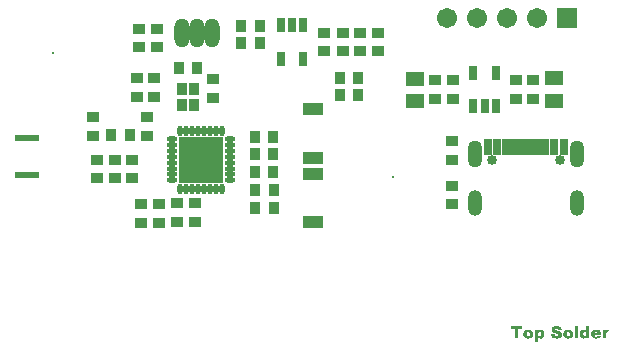
<source format=gts>
G04*
G04 #@! TF.GenerationSoftware,Altium Limited,Altium Designer,24.3.1 (35)*
G04*
G04 Layer_Color=8388736*
%FSLAX44Y44*%
%MOMM*%
G71*
G04*
G04 #@! TF.SameCoordinates,098D5FB4-7C3B-420D-97F8-BA0D52642CD7*
G04*
G04*
G04 #@! TF.FilePolarity,Negative*
G04*
G01*
G75*
%ADD34R,0.5032X1.3532*%
%ADD35R,0.8032X1.3532*%
%ADD36R,1.1032X0.9032*%
%ADD37R,0.9032X1.1032*%
%ADD38R,0.8032X1.3032*%
%ADD39R,1.5032X1.2032*%
%ADD40R,0.8032X1.3032*%
%ADD41O,0.9532X0.4532*%
%ADD42O,0.4532X0.9532*%
%ADD43R,3.7032X4.0032*%
%ADD44R,1.8032X1.1032*%
%ADD45R,0.9532X1.0532*%
%ADD46R,2.0032X0.6032*%
%ADD47C,0.8532*%
%ADD48O,1.2532X2.3032*%
%ADD49O,1.2032X2.2032*%
%ADD50R,1.7032X1.7032*%
%ADD51C,1.7032*%
%ADD52O,1.3112X2.4632*%
%ADD53C,0.2032*%
%ADD54C,0.9032*%
G36*
X469498Y-78014D02*
X469664Y-78028D01*
X469845Y-78042D01*
X470053Y-78056D01*
X470275Y-78097D01*
X470760Y-78180D01*
X471245Y-78305D01*
X471481Y-78389D01*
X471717Y-78485D01*
X471939Y-78610D01*
X472133Y-78735D01*
X472147Y-78749D01*
X472174Y-78763D01*
X472230Y-78818D01*
X472299Y-78874D01*
X472383Y-78943D01*
X472466Y-79040D01*
X472563Y-79165D01*
X472674Y-79290D01*
X472771Y-79443D01*
X472882Y-79609D01*
X472979Y-79803D01*
X473076Y-80011D01*
X473173Y-80233D01*
X473242Y-80469D01*
X473312Y-80732D01*
X473353Y-81024D01*
X470399Y-81190D01*
Y-81176D01*
Y-81162D01*
X470372Y-81079D01*
X470344Y-80954D01*
X470288Y-80815D01*
X470219Y-80649D01*
X470136Y-80483D01*
X470025Y-80330D01*
X469900Y-80205D01*
X469886Y-80191D01*
X469831Y-80150D01*
X469748Y-80108D01*
X469637Y-80039D01*
X469484Y-79983D01*
X469304Y-79942D01*
X469096Y-79900D01*
X468860Y-79886D01*
X468777D01*
X468680Y-79900D01*
X468555Y-79914D01*
X468416Y-79942D01*
X468291Y-79983D01*
X468153Y-80039D01*
X468042Y-80122D01*
X468028Y-80136D01*
X468000Y-80164D01*
X467959Y-80219D01*
X467917Y-80275D01*
X467862Y-80358D01*
X467820Y-80455D01*
X467792Y-80566D01*
X467778Y-80691D01*
Y-80704D01*
Y-80732D01*
X467792Y-80774D01*
X467806Y-80829D01*
X467834Y-80899D01*
X467875Y-80968D01*
X467931Y-81051D01*
X468000Y-81121D01*
X468014Y-81134D01*
X468042Y-81148D01*
X468111Y-81190D01*
X468208Y-81245D01*
X468347Y-81301D01*
X468527Y-81356D01*
X468763Y-81426D01*
X468888Y-81467D01*
X469040Y-81495D01*
X469068D01*
X469137Y-81509D01*
X469234Y-81537D01*
X469373Y-81564D01*
X469539Y-81606D01*
X469734Y-81661D01*
X469956Y-81717D01*
X470177Y-81772D01*
X470663Y-81911D01*
X471148Y-82064D01*
X471384Y-82147D01*
X471606Y-82230D01*
X471800Y-82313D01*
X471980Y-82396D01*
X471994D01*
X472022Y-82410D01*
X472064Y-82438D01*
X472119Y-82480D01*
X472285Y-82577D01*
X472480Y-82702D01*
X472688Y-82868D01*
X472896Y-83062D01*
X473104Y-83270D01*
X473270Y-83520D01*
Y-83534D01*
X473284Y-83547D01*
X473312Y-83589D01*
X473340Y-83631D01*
X473409Y-83769D01*
X473478Y-83950D01*
X473561Y-84172D01*
X473617Y-84421D01*
X473672Y-84699D01*
X473686Y-85004D01*
Y-85018D01*
Y-85045D01*
Y-85101D01*
X473672Y-85170D01*
Y-85253D01*
X473658Y-85364D01*
X473617Y-85600D01*
X473561Y-85877D01*
X473464Y-86182D01*
X473326Y-86488D01*
X473145Y-86807D01*
Y-86820D01*
X473118Y-86848D01*
X473090Y-86890D01*
X473048Y-86945D01*
X472923Y-87084D01*
X472757Y-87264D01*
X472535Y-87472D01*
X472285Y-87680D01*
X471980Y-87874D01*
X471634Y-88055D01*
X471620D01*
X471592Y-88069D01*
X471537Y-88096D01*
X471453Y-88124D01*
X471370Y-88152D01*
X471245Y-88180D01*
X471120Y-88221D01*
X470968Y-88263D01*
X470802Y-88304D01*
X470607Y-88332D01*
X470413Y-88374D01*
X470191Y-88401D01*
X469969Y-88429D01*
X469720Y-88457D01*
X469193Y-88471D01*
X468943D01*
X468777Y-88457D01*
X468569Y-88443D01*
X468319Y-88415D01*
X468056Y-88388D01*
X467778Y-88346D01*
X467487Y-88291D01*
X467182Y-88235D01*
X466891Y-88152D01*
X466599Y-88055D01*
X466322Y-87944D01*
X466059Y-87805D01*
X465823Y-87653D01*
X465615Y-87486D01*
X465601Y-87472D01*
X465573Y-87444D01*
X465518Y-87389D01*
X465462Y-87306D01*
X465379Y-87209D01*
X465296Y-87084D01*
X465199Y-86945D01*
X465102Y-86793D01*
X465005Y-86612D01*
X464907Y-86432D01*
X464824Y-86224D01*
X464727Y-85988D01*
X464658Y-85753D01*
X464589Y-85503D01*
X464533Y-85226D01*
X464505Y-84948D01*
X467487Y-84754D01*
Y-84768D01*
Y-84782D01*
X467501Y-84823D01*
Y-84879D01*
X467529Y-85004D01*
X467570Y-85170D01*
X467626Y-85350D01*
X467681Y-85531D01*
X467778Y-85711D01*
X467875Y-85864D01*
X467903Y-85891D01*
X467972Y-85961D01*
X468069Y-86058D01*
X468236Y-86169D01*
X468430Y-86280D01*
X468666Y-86377D01*
X468929Y-86446D01*
X469082Y-86460D01*
X469248Y-86474D01*
X469359D01*
X469484Y-86460D01*
X469623Y-86432D01*
X469789Y-86404D01*
X469969Y-86349D01*
X470122Y-86266D01*
X470275Y-86169D01*
X470288Y-86155D01*
X470330Y-86113D01*
X470399Y-86044D01*
X470469Y-85961D01*
X470524Y-85850D01*
X470593Y-85725D01*
X470635Y-85586D01*
X470649Y-85434D01*
Y-85420D01*
Y-85364D01*
X470635Y-85295D01*
X470607Y-85198D01*
X470566Y-85087D01*
X470496Y-84976D01*
X470413Y-84851D01*
X470302Y-84740D01*
X470288Y-84726D01*
X470233Y-84685D01*
X470122Y-84629D01*
X470053Y-84588D01*
X469969Y-84546D01*
X469872Y-84504D01*
X469761Y-84449D01*
X469623Y-84407D01*
X469484Y-84352D01*
X469318Y-84296D01*
X469123Y-84255D01*
X468915Y-84199D01*
X468694Y-84144D01*
X468666D01*
X468610Y-84116D01*
X468499Y-84102D01*
X468361Y-84061D01*
X468194Y-84019D01*
X468000Y-83964D01*
X467778Y-83894D01*
X467556Y-83825D01*
X467071Y-83645D01*
X466586Y-83437D01*
X466350Y-83326D01*
X466142Y-83201D01*
X465934Y-83062D01*
X465754Y-82923D01*
X465740Y-82910D01*
X465712Y-82882D01*
X465670Y-82840D01*
X465615Y-82785D01*
X465545Y-82715D01*
X465476Y-82618D01*
X465393Y-82507D01*
X465324Y-82396D01*
X465240Y-82258D01*
X465157Y-82105D01*
X465019Y-81772D01*
X464963Y-81592D01*
X464921Y-81398D01*
X464894Y-81190D01*
X464880Y-80968D01*
Y-80954D01*
Y-80926D01*
Y-80885D01*
X464894Y-80829D01*
X464907Y-80691D01*
X464935Y-80497D01*
X464991Y-80261D01*
X465074Y-80025D01*
X465171Y-79761D01*
X465324Y-79498D01*
Y-79484D01*
X465351Y-79470D01*
X465407Y-79387D01*
X465518Y-79262D01*
X465670Y-79096D01*
X465851Y-78929D01*
X466086Y-78749D01*
X466364Y-78569D01*
X466683Y-78402D01*
X466697D01*
X466724Y-78389D01*
X466780Y-78361D01*
X466849Y-78333D01*
X466946Y-78305D01*
X467057Y-78278D01*
X467182Y-78236D01*
X467335Y-78194D01*
X467501Y-78167D01*
X467695Y-78125D01*
X467903Y-78097D01*
X468125Y-78056D01*
X468361Y-78042D01*
X468624Y-78014D01*
X468888Y-78000D01*
X469359D01*
X469498Y-78014D01*
D02*
G37*
G36*
X496971Y-88304D02*
X494322D01*
Y-87236D01*
X494295Y-87250D01*
X494225Y-87334D01*
X494128Y-87458D01*
X493989Y-87597D01*
X493837Y-87750D01*
X493671Y-87902D01*
X493504Y-88041D01*
X493324Y-88152D01*
X493296Y-88166D01*
X493213Y-88207D01*
X493088Y-88249D01*
X492922Y-88304D01*
X492728Y-88374D01*
X492492Y-88415D01*
X492242Y-88457D01*
X491965Y-88471D01*
X491895D01*
X491826Y-88457D01*
X491715D01*
X491590Y-88429D01*
X491452Y-88415D01*
X491285Y-88374D01*
X491119Y-88332D01*
X490938Y-88263D01*
X490744Y-88193D01*
X490564Y-88096D01*
X490370Y-87985D01*
X490176Y-87861D01*
X489995Y-87708D01*
X489829Y-87528D01*
X489677Y-87334D01*
X489663Y-87320D01*
X489649Y-87278D01*
X489607Y-87223D01*
X489552Y-87126D01*
X489496Y-87015D01*
X489427Y-86890D01*
X489357Y-86737D01*
X489288Y-86557D01*
X489205Y-86363D01*
X489136Y-86155D01*
X489066Y-85933D01*
X489011Y-85683D01*
X488955Y-85434D01*
X488914Y-85156D01*
X488900Y-84865D01*
X488886Y-84574D01*
Y-84546D01*
Y-84491D01*
Y-84394D01*
X488900Y-84269D01*
X488914Y-84116D01*
X488928Y-83950D01*
X488955Y-83742D01*
X488997Y-83534D01*
X489094Y-83090D01*
X489177Y-82854D01*
X489260Y-82618D01*
X489357Y-82396D01*
X489468Y-82175D01*
X489607Y-81966D01*
X489760Y-81772D01*
X489773Y-81758D01*
X489801Y-81731D01*
X489843Y-81689D01*
X489912Y-81620D01*
X490009Y-81551D01*
X490106Y-81467D01*
X490231Y-81370D01*
X490370Y-81287D01*
X490522Y-81190D01*
X490689Y-81107D01*
X490869Y-81024D01*
X491063Y-80954D01*
X491271Y-80885D01*
X491493Y-80843D01*
X491729Y-80815D01*
X491979Y-80802D01*
X492090D01*
X492214Y-80815D01*
X492367Y-80829D01*
X492561Y-80857D01*
X492755Y-80899D01*
X492963Y-80954D01*
X493171Y-81024D01*
X493199Y-81037D01*
X493268Y-81065D01*
X493366Y-81121D01*
X493490Y-81190D01*
X493643Y-81287D01*
X493809Y-81398D01*
X493962Y-81537D01*
X494128Y-81689D01*
Y-78167D01*
X496971D01*
Y-88304D01*
D02*
G37*
G36*
X455824Y-80815D02*
X455935D01*
X456046Y-80829D01*
X456198Y-80857D01*
X456351Y-80899D01*
X456517Y-80940D01*
X456697Y-81010D01*
X456892Y-81079D01*
X457072Y-81176D01*
X457266Y-81287D01*
X457446Y-81412D01*
X457627Y-81564D01*
X457807Y-81745D01*
X457959Y-81939D01*
X457973Y-81953D01*
X458001Y-81994D01*
X458029Y-82050D01*
X458084Y-82133D01*
X458154Y-82244D01*
X458223Y-82383D01*
X458292Y-82535D01*
X458376Y-82702D01*
X458445Y-82896D01*
X458514Y-83104D01*
X458583Y-83340D01*
X458653Y-83589D01*
X458708Y-83839D01*
X458736Y-84116D01*
X458764Y-84407D01*
X458778Y-84712D01*
Y-84726D01*
Y-84796D01*
Y-84893D01*
X458764Y-85018D01*
X458750Y-85170D01*
X458736Y-85337D01*
X458708Y-85545D01*
X458667Y-85753D01*
X458556Y-86196D01*
X458486Y-86432D01*
X458403Y-86668D01*
X458306Y-86890D01*
X458181Y-87112D01*
X458043Y-87320D01*
X457890Y-87514D01*
X457876Y-87528D01*
X457849Y-87556D01*
X457807Y-87597D01*
X457738Y-87666D01*
X457640Y-87736D01*
X457543Y-87819D01*
X457419Y-87902D01*
X457280Y-87985D01*
X457127Y-88083D01*
X456961Y-88166D01*
X456781Y-88249D01*
X456586Y-88318D01*
X456378Y-88388D01*
X456157Y-88429D01*
X455921Y-88457D01*
X455671Y-88471D01*
X455560D01*
X455435Y-88457D01*
X455283Y-88443D01*
X455089Y-88415D01*
X454894Y-88374D01*
X454687Y-88318D01*
X454478Y-88249D01*
X454451Y-88235D01*
X454395Y-88207D01*
X454284Y-88152D01*
X454160Y-88083D01*
X454021Y-87985D01*
X453854Y-87874D01*
X453702Y-87750D01*
X453535Y-87597D01*
Y-91092D01*
X450692D01*
Y-80968D01*
X453327D01*
Y-82050D01*
X453355Y-82036D01*
X453424Y-81953D01*
X453521Y-81828D01*
X453660Y-81689D01*
X453813Y-81537D01*
X453979Y-81384D01*
X454146Y-81245D01*
X454326Y-81134D01*
X454340D01*
X454354Y-81121D01*
X454437Y-81079D01*
X454562Y-81024D01*
X454728Y-80968D01*
X454922Y-80913D01*
X455158Y-80857D01*
X455408Y-80815D01*
X455685Y-80802D01*
X455754D01*
X455824Y-80815D01*
D02*
G37*
G36*
X512795D02*
X512962Y-80843D01*
X513170Y-80899D01*
X513405Y-80968D01*
X513655Y-81065D01*
X513932Y-81190D01*
X513059Y-83201D01*
X513031Y-83187D01*
X512975Y-83173D01*
X512892Y-83132D01*
X512767Y-83090D01*
X512518Y-83020D01*
X512393Y-83007D01*
X512268Y-82993D01*
X512171D01*
X512074Y-83020D01*
X511949Y-83048D01*
X511810Y-83104D01*
X511672Y-83187D01*
X511533Y-83298D01*
X511408Y-83450D01*
Y-83464D01*
X511394Y-83478D01*
X511367Y-83520D01*
X511339Y-83575D01*
X511311Y-83659D01*
X511270Y-83742D01*
X511228Y-83867D01*
X511200Y-83991D01*
X511159Y-84144D01*
X511117Y-84324D01*
X511075Y-84518D01*
X511048Y-84740D01*
X511020Y-84976D01*
X510992Y-85239D01*
X510978Y-85531D01*
Y-85850D01*
Y-88304D01*
X508149D01*
Y-80968D01*
X510784D01*
Y-82161D01*
X510798Y-82147D01*
X510826Y-82105D01*
X510854Y-82050D01*
X510923Y-81911D01*
X511020Y-81745D01*
X511145Y-81578D01*
X511270Y-81398D01*
X511408Y-81231D01*
X511561Y-81107D01*
X511575Y-81093D01*
X511630Y-81065D01*
X511713Y-81010D01*
X511838Y-80954D01*
X511977Y-80899D01*
X512157Y-80843D01*
X512351Y-80815D01*
X512559Y-80802D01*
X512670D01*
X512795Y-80815D01*
D02*
G37*
G36*
X487430Y-88304D02*
X484614D01*
Y-78167D01*
X487430D01*
Y-88304D01*
D02*
G37*
G36*
X440014Y-80663D02*
X436824D01*
Y-88304D01*
X433690D01*
Y-80663D01*
X430500D01*
Y-78167D01*
X440014D01*
Y-80663D01*
D02*
G37*
G36*
X502741Y-80815D02*
X502865D01*
X503018Y-80829D01*
X503198Y-80843D01*
X503378Y-80857D01*
X503767Y-80926D01*
X504183Y-81010D01*
X504585Y-81121D01*
X504779Y-81204D01*
X504959Y-81287D01*
X504973D01*
X505001Y-81315D01*
X505043Y-81342D01*
X505112Y-81370D01*
X505278Y-81481D01*
X505473Y-81634D01*
X505695Y-81828D01*
X505930Y-82064D01*
X506152Y-82355D01*
X506346Y-82674D01*
Y-82688D01*
X506374Y-82715D01*
X506388Y-82771D01*
X506429Y-82840D01*
X506457Y-82923D01*
X506499Y-83034D01*
X506540Y-83159D01*
X506596Y-83312D01*
X506637Y-83464D01*
X506679Y-83645D01*
X506721Y-83839D01*
X506762Y-84047D01*
X506790Y-84269D01*
X506818Y-84518D01*
X506832Y-84768D01*
Y-85031D01*
Y-85337D01*
X501187D01*
Y-85350D01*
Y-85364D01*
X501201Y-85448D01*
X501229Y-85572D01*
X501257Y-85711D01*
X501312Y-85877D01*
X501367Y-86044D01*
X501451Y-86210D01*
X501548Y-86349D01*
X501562Y-86363D01*
X501617Y-86418D01*
X501714Y-86502D01*
X501839Y-86585D01*
X501992Y-86668D01*
X502172Y-86751D01*
X502380Y-86807D01*
X502616Y-86820D01*
X502685D01*
X502768Y-86807D01*
X502865Y-86793D01*
X502990Y-86779D01*
X503129Y-86737D01*
X503268Y-86696D01*
X503406Y-86626D01*
X503420Y-86612D01*
X503448Y-86599D01*
X503489Y-86571D01*
X503559Y-86515D01*
X503628Y-86446D01*
X503711Y-86363D01*
X503808Y-86266D01*
X503905Y-86155D01*
X506679Y-86404D01*
X506665Y-86418D01*
X506651Y-86446D01*
X506610Y-86515D01*
X506568Y-86585D01*
X506499Y-86682D01*
X506429Y-86779D01*
X506249Y-87015D01*
X506027Y-87278D01*
X505764Y-87542D01*
X505459Y-87791D01*
X505306Y-87902D01*
X505140Y-87999D01*
X505126D01*
X505098Y-88013D01*
X505043Y-88041D01*
X504973Y-88069D01*
X504876Y-88110D01*
X504765Y-88152D01*
X504627Y-88193D01*
X504474Y-88235D01*
X504308Y-88277D01*
X504114Y-88318D01*
X503905Y-88360D01*
X503670Y-88401D01*
X503420Y-88429D01*
X503157Y-88457D01*
X502865Y-88471D01*
X502324D01*
X502200Y-88457D01*
X502061Y-88443D01*
X501894D01*
X501728Y-88415D01*
X501354Y-88374D01*
X500979Y-88304D01*
X500605Y-88207D01*
X500424Y-88138D01*
X500258Y-88069D01*
X500244D01*
X500216Y-88055D01*
X500175Y-88027D01*
X500119Y-87985D01*
X499967Y-87888D01*
X499773Y-87750D01*
X499551Y-87569D01*
X499329Y-87347D01*
X499093Y-87070D01*
X498871Y-86765D01*
Y-86751D01*
X498843Y-86723D01*
X498816Y-86668D01*
X498788Y-86599D01*
X498746Y-86515D01*
X498705Y-86418D01*
X498649Y-86293D01*
X498608Y-86169D01*
X498552Y-86016D01*
X498497Y-85850D01*
X498414Y-85489D01*
X498358Y-85087D01*
X498330Y-84657D01*
Y-84643D01*
Y-84574D01*
X498344Y-84491D01*
Y-84366D01*
X498358Y-84227D01*
X498386Y-84061D01*
X498427Y-83867D01*
X498469Y-83659D01*
X498525Y-83450D01*
X498594Y-83215D01*
X498691Y-82993D01*
X498788Y-82757D01*
X498913Y-82521D01*
X499065Y-82299D01*
X499232Y-82078D01*
X499426Y-81869D01*
X499440Y-81856D01*
X499481Y-81828D01*
X499537Y-81772D01*
X499634Y-81703D01*
X499745Y-81620D01*
X499870Y-81537D01*
X500036Y-81440D01*
X500216Y-81329D01*
X500424Y-81231D01*
X500646Y-81134D01*
X500910Y-81051D01*
X501173Y-80968D01*
X501465Y-80899D01*
X501784Y-80843D01*
X502116Y-80815D01*
X502477Y-80802D01*
X502630D01*
X502741Y-80815D01*
D02*
G37*
G36*
X479137D02*
X479289D01*
X479469Y-80843D01*
X479691Y-80871D01*
X479913Y-80913D01*
X480177Y-80968D01*
X480440Y-81037D01*
X480704Y-81121D01*
X480981Y-81218D01*
X481258Y-81342D01*
X481536Y-81495D01*
X481785Y-81661D01*
X482035Y-81869D01*
X482257Y-82091D01*
X482271Y-82105D01*
X482299Y-82133D01*
X482340Y-82202D01*
X482396Y-82272D01*
X482465Y-82369D01*
X482548Y-82493D01*
X482631Y-82632D01*
X482715Y-82785D01*
X482798Y-82965D01*
X482881Y-83159D01*
X482964Y-83367D01*
X483033Y-83589D01*
X483089Y-83825D01*
X483131Y-84074D01*
X483158Y-84338D01*
X483172Y-84615D01*
Y-84629D01*
Y-84685D01*
X483158Y-84782D01*
Y-84893D01*
X483144Y-85045D01*
X483117Y-85212D01*
X483075Y-85406D01*
X483033Y-85600D01*
X482964Y-85822D01*
X482895Y-86044D01*
X482798Y-86280D01*
X482687Y-86515D01*
X482562Y-86737D01*
X482409Y-86973D01*
X482229Y-87195D01*
X482035Y-87403D01*
X482021Y-87417D01*
X481979Y-87444D01*
X481924Y-87500D01*
X481827Y-87569D01*
X481716Y-87653D01*
X481577Y-87736D01*
X481411Y-87833D01*
X481231Y-87930D01*
X481023Y-88041D01*
X480787Y-88138D01*
X480523Y-88221D01*
X480246Y-88304D01*
X479955Y-88374D01*
X479636Y-88429D01*
X479289Y-88457D01*
X478928Y-88471D01*
X478762D01*
X478637Y-88457D01*
X478485Y-88443D01*
X478304Y-88429D01*
X478110Y-88401D01*
X477902Y-88360D01*
X477444Y-88249D01*
X477209Y-88180D01*
X476973Y-88096D01*
X476723Y-87999D01*
X476502Y-87874D01*
X476266Y-87736D01*
X476058Y-87583D01*
X476044Y-87569D01*
X476002Y-87528D01*
X475933Y-87472D01*
X475850Y-87375D01*
X475753Y-87264D01*
X475642Y-87139D01*
X475517Y-86973D01*
X475392Y-86807D01*
X475267Y-86599D01*
X475142Y-86377D01*
X475031Y-86141D01*
X474934Y-85877D01*
X474851Y-85600D01*
X474782Y-85309D01*
X474740Y-84990D01*
X474726Y-84657D01*
Y-84643D01*
Y-84588D01*
X474740Y-84491D01*
Y-84380D01*
X474768Y-84241D01*
X474782Y-84074D01*
X474823Y-83880D01*
X474865Y-83686D01*
X474921Y-83464D01*
X475004Y-83242D01*
X475087Y-83020D01*
X475198Y-82785D01*
X475323Y-82549D01*
X475475Y-82327D01*
X475656Y-82105D01*
X475850Y-81897D01*
X475863Y-81883D01*
X475905Y-81856D01*
X475975Y-81800D01*
X476058Y-81731D01*
X476169Y-81648D01*
X476307Y-81551D01*
X476474Y-81453D01*
X476668Y-81342D01*
X476876Y-81245D01*
X477098Y-81148D01*
X477361Y-81051D01*
X477625Y-80968D01*
X477930Y-80899D01*
X478235Y-80843D01*
X478568Y-80815D01*
X478928Y-80802D01*
X479025D01*
X479137Y-80815D01*
D02*
G37*
G36*
X445298D02*
X445450D01*
X445630Y-80843D01*
X445852Y-80871D01*
X446074Y-80913D01*
X446338Y-80968D01*
X446601Y-81037D01*
X446865Y-81121D01*
X447142Y-81218D01*
X447420Y-81342D01*
X447697Y-81495D01*
X447946Y-81661D01*
X448196Y-81869D01*
X448418Y-82091D01*
X448432Y-82105D01*
X448460Y-82133D01*
X448501Y-82202D01*
X448557Y-82272D01*
X448626Y-82369D01*
X448709Y-82493D01*
X448792Y-82632D01*
X448876Y-82785D01*
X448959Y-82965D01*
X449042Y-83159D01*
X449125Y-83367D01*
X449195Y-83589D01*
X449250Y-83825D01*
X449292Y-84074D01*
X449319Y-84338D01*
X449333Y-84615D01*
Y-84629D01*
Y-84685D01*
X449319Y-84782D01*
Y-84893D01*
X449306Y-85045D01*
X449278Y-85212D01*
X449236Y-85406D01*
X449195Y-85600D01*
X449125Y-85822D01*
X449056Y-86044D01*
X448959Y-86280D01*
X448848Y-86515D01*
X448723Y-86737D01*
X448571Y-86973D01*
X448390Y-87195D01*
X448196Y-87403D01*
X448182Y-87417D01*
X448141Y-87444D01*
X448085Y-87500D01*
X447988Y-87569D01*
X447877Y-87653D01*
X447738Y-87736D01*
X447572Y-87833D01*
X447392Y-87930D01*
X447184Y-88041D01*
X446948Y-88138D01*
X446684Y-88221D01*
X446407Y-88304D01*
X446116Y-88374D01*
X445797Y-88429D01*
X445450Y-88457D01*
X445090Y-88471D01*
X444923D01*
X444798Y-88457D01*
X444646Y-88443D01*
X444465Y-88429D01*
X444271Y-88401D01*
X444063Y-88360D01*
X443606Y-88249D01*
X443370Y-88180D01*
X443134Y-88096D01*
X442884Y-87999D01*
X442663Y-87874D01*
X442427Y-87736D01*
X442219Y-87583D01*
X442205Y-87569D01*
X442163Y-87528D01*
X442094Y-87472D01*
X442011Y-87375D01*
X441914Y-87264D01*
X441803Y-87139D01*
X441678Y-86973D01*
X441553Y-86807D01*
X441428Y-86599D01*
X441303Y-86377D01*
X441193Y-86141D01*
X441096Y-85877D01*
X441012Y-85600D01*
X440943Y-85309D01*
X440901Y-84990D01*
X440887Y-84657D01*
Y-84643D01*
Y-84588D01*
X440901Y-84491D01*
Y-84380D01*
X440929Y-84241D01*
X440943Y-84074D01*
X440984Y-83880D01*
X441026Y-83686D01*
X441082Y-83464D01*
X441165Y-83242D01*
X441248Y-83020D01*
X441359Y-82785D01*
X441484Y-82549D01*
X441636Y-82327D01*
X441817Y-82105D01*
X442011Y-81897D01*
X442025Y-81883D01*
X442066Y-81856D01*
X442136Y-81800D01*
X442219Y-81731D01*
X442330Y-81648D01*
X442468Y-81551D01*
X442635Y-81453D01*
X442829Y-81342D01*
X443037Y-81245D01*
X443259Y-81148D01*
X443522Y-81051D01*
X443786Y-80968D01*
X444091Y-80899D01*
X444396Y-80843D01*
X444729Y-80815D01*
X445090Y-80802D01*
X445187D01*
X445298Y-80815D01*
D02*
G37*
%LPC*%
G36*
X492852Y-82910D02*
X492769D01*
X492672Y-82937D01*
X492561Y-82965D01*
X492436Y-83007D01*
X492298Y-83090D01*
X492159Y-83187D01*
X492020Y-83326D01*
X492006Y-83340D01*
X491965Y-83409D01*
X491923Y-83506D01*
X491868Y-83645D01*
X491798Y-83839D01*
X491757Y-84074D01*
X491715Y-84352D01*
X491701Y-84685D01*
Y-84699D01*
Y-84726D01*
Y-84768D01*
Y-84823D01*
X491715Y-84990D01*
X491743Y-85184D01*
X491785Y-85392D01*
X491840Y-85614D01*
X491923Y-85808D01*
X492034Y-85988D01*
X492048Y-86002D01*
X492103Y-86058D01*
X492173Y-86113D01*
X492270Y-86196D01*
X492395Y-86266D01*
X492533Y-86335D01*
X492700Y-86390D01*
X492880Y-86404D01*
X492908D01*
X492977Y-86390D01*
X493074Y-86377D01*
X493199Y-86349D01*
X493338Y-86307D01*
X493490Y-86224D01*
X493643Y-86127D01*
X493782Y-85988D01*
X493795Y-85975D01*
X493837Y-85905D01*
X493893Y-85808D01*
X493962Y-85655D01*
X494031Y-85475D01*
X494087Y-85239D01*
X494128Y-84962D01*
X494142Y-84629D01*
Y-84615D01*
Y-84588D01*
Y-84546D01*
Y-84491D01*
X494128Y-84338D01*
X494100Y-84144D01*
X494045Y-83936D01*
X493989Y-83728D01*
X493893Y-83520D01*
X493768Y-83340D01*
X493754Y-83326D01*
X493698Y-83270D01*
X493629Y-83201D01*
X493518Y-83118D01*
X493379Y-83048D01*
X493227Y-82979D01*
X493046Y-82923D01*
X492852Y-82910D01*
D02*
G37*
G36*
X454770Y-82868D02*
X454687D01*
X454576Y-82896D01*
X454451Y-82923D01*
X454312Y-82979D01*
X454160Y-83048D01*
X454007Y-83159D01*
X453868Y-83298D01*
X453854Y-83312D01*
X453813Y-83381D01*
X453757Y-83478D01*
X453688Y-83617D01*
X453619Y-83811D01*
X453563Y-84047D01*
X453521Y-84324D01*
X453508Y-84657D01*
Y-84671D01*
Y-84699D01*
Y-84740D01*
Y-84796D01*
X453521Y-84948D01*
X453549Y-85142D01*
X453591Y-85350D01*
X453660Y-85572D01*
X453743Y-85766D01*
X453868Y-85947D01*
X453882Y-85961D01*
X453938Y-86016D01*
X454021Y-86072D01*
X454132Y-86155D01*
X454257Y-86224D01*
X454423Y-86293D01*
X454603Y-86349D01*
X454797Y-86363D01*
X454881D01*
X454978Y-86335D01*
X455089Y-86307D01*
X455227Y-86266D01*
X455366Y-86196D01*
X455505Y-86099D01*
X455630Y-85961D01*
X455643Y-85947D01*
X455685Y-85877D01*
X455741Y-85780D01*
X455796Y-85642D01*
X455851Y-85448D01*
X455907Y-85212D01*
X455948Y-84934D01*
X455962Y-84601D01*
Y-84588D01*
Y-84560D01*
Y-84518D01*
Y-84449D01*
X455948Y-84296D01*
X455921Y-84102D01*
X455879Y-83894D01*
X455810Y-83672D01*
X455727Y-83478D01*
X455616Y-83298D01*
X455602Y-83284D01*
X455560Y-83229D01*
X455477Y-83159D01*
X455380Y-83076D01*
X455255Y-83007D01*
X455116Y-82937D01*
X454950Y-82882D01*
X454770Y-82868D01*
D02*
G37*
G36*
X502588Y-82466D02*
X502560D01*
X502477Y-82480D01*
X502352Y-82493D01*
X502200Y-82535D01*
X502033Y-82591D01*
X501853Y-82688D01*
X501687Y-82826D01*
X501520Y-83007D01*
X501506Y-83020D01*
X501479Y-83062D01*
X501437Y-83145D01*
X501381Y-83256D01*
X501326Y-83395D01*
X501270Y-83561D01*
X501215Y-83756D01*
X501187Y-83991D01*
X503975D01*
Y-83977D01*
Y-83950D01*
X503961Y-83908D01*
Y-83853D01*
X503933Y-83714D01*
X503892Y-83534D01*
X503836Y-83353D01*
X503753Y-83159D01*
X503656Y-82979D01*
X503531Y-82826D01*
X503517Y-82812D01*
X503462Y-82771D01*
X503392Y-82715D01*
X503281Y-82646D01*
X503143Y-82577D01*
X502976Y-82521D01*
X502796Y-82480D01*
X502588Y-82466D01*
D02*
G37*
G36*
X478956Y-82743D02*
X478928D01*
X478859Y-82757D01*
X478748Y-82771D01*
X478596Y-82799D01*
X478443Y-82868D01*
X478277Y-82951D01*
X478096Y-83062D01*
X477944Y-83229D01*
X477930Y-83256D01*
X477888Y-83312D01*
X477819Y-83423D01*
X477750Y-83589D01*
X477666Y-83783D01*
X477611Y-84033D01*
X477556Y-84324D01*
X477542Y-84657D01*
Y-84671D01*
Y-84699D01*
Y-84754D01*
Y-84823D01*
X477556Y-84893D01*
X477569Y-84990D01*
X477597Y-85212D01*
X477639Y-85448D01*
X477708Y-85683D01*
X477805Y-85919D01*
X477930Y-86113D01*
X477944Y-86127D01*
X477999Y-86182D01*
X478096Y-86252D01*
X478207Y-86335D01*
X478360Y-86432D01*
X478526Y-86502D01*
X478720Y-86557D01*
X478942Y-86571D01*
X478970D01*
X479039Y-86557D01*
X479150Y-86543D01*
X479303Y-86515D01*
X479455Y-86460D01*
X479622Y-86377D01*
X479788Y-86266D01*
X479941Y-86113D01*
X479955Y-86085D01*
X480010Y-86030D01*
X480066Y-85919D01*
X480149Y-85753D01*
X480218Y-85545D01*
X480288Y-85295D01*
X480329Y-84990D01*
X480343Y-84629D01*
Y-84615D01*
Y-84588D01*
Y-84532D01*
Y-84477D01*
X480329Y-84310D01*
X480288Y-84102D01*
X480246Y-83867D01*
X480177Y-83631D01*
X480079Y-83409D01*
X479941Y-83215D01*
X479927Y-83201D01*
X479871Y-83145D01*
X479788Y-83062D01*
X479664Y-82979D01*
X479525Y-82896D01*
X479358Y-82812D01*
X479164Y-82757D01*
X478956Y-82743D01*
D02*
G37*
G36*
X445117D02*
X445090D01*
X445020Y-82757D01*
X444909Y-82771D01*
X444757Y-82799D01*
X444604Y-82868D01*
X444438Y-82951D01*
X444258Y-83062D01*
X444105Y-83229D01*
X444091Y-83256D01*
X444049Y-83312D01*
X443980Y-83423D01*
X443911Y-83589D01*
X443828Y-83783D01*
X443772Y-84033D01*
X443717Y-84324D01*
X443703Y-84657D01*
Y-84671D01*
Y-84699D01*
Y-84754D01*
Y-84823D01*
X443717Y-84893D01*
X443731Y-84990D01*
X443758Y-85212D01*
X443800Y-85448D01*
X443869Y-85683D01*
X443966Y-85919D01*
X444091Y-86113D01*
X444105Y-86127D01*
X444160Y-86182D01*
X444258Y-86252D01*
X444368Y-86335D01*
X444521Y-86432D01*
X444687Y-86502D01*
X444882Y-86557D01*
X445103Y-86571D01*
X445131D01*
X445201Y-86557D01*
X445312Y-86543D01*
X445464Y-86515D01*
X445617Y-86460D01*
X445783Y-86377D01*
X445949Y-86266D01*
X446102Y-86113D01*
X446116Y-86085D01*
X446171Y-86030D01*
X446227Y-85919D01*
X446310Y-85753D01*
X446379Y-85545D01*
X446449Y-85295D01*
X446490Y-84990D01*
X446504Y-84629D01*
Y-84615D01*
Y-84588D01*
Y-84532D01*
Y-84477D01*
X446490Y-84310D01*
X446449Y-84102D01*
X446407Y-83867D01*
X446338Y-83631D01*
X446241Y-83409D01*
X446102Y-83215D01*
X446088Y-83201D01*
X446033Y-83145D01*
X445949Y-83062D01*
X445825Y-82979D01*
X445686Y-82896D01*
X445519Y-82812D01*
X445325Y-82757D01*
X445117Y-82743D01*
D02*
G37*
%LPD*%
D34*
X425500Y73550D02*
D03*
X430500D02*
D03*
X435500D02*
D03*
X460500D02*
D03*
X455500D02*
D03*
X450500D02*
D03*
X440500D02*
D03*
X445500D02*
D03*
D35*
X467000D02*
D03*
X419000D02*
D03*
X475000D02*
D03*
X411000D02*
D03*
D36*
X288000Y154600D02*
D03*
Y170400D02*
D03*
X116000Y158100D02*
D03*
Y173900D02*
D03*
X77000Y98900D02*
D03*
Y83100D02*
D03*
X122000Y98900D02*
D03*
Y83100D02*
D03*
X148000Y10100D02*
D03*
Y25900D02*
D03*
X132500Y25400D02*
D03*
Y9600D02*
D03*
X117500Y25400D02*
D03*
Y9600D02*
D03*
X163000Y25900D02*
D03*
Y10100D02*
D03*
X366500Y114600D02*
D03*
Y130400D02*
D03*
X381500Y114600D02*
D03*
Y130400D02*
D03*
X449500Y130400D02*
D03*
Y114600D02*
D03*
X434500Y130400D02*
D03*
Y114600D02*
D03*
X110000Y47100D02*
D03*
Y62900D02*
D03*
X80000Y47100D02*
D03*
Y62900D02*
D03*
X95000Y47100D02*
D03*
Y62900D02*
D03*
X318000Y170400D02*
D03*
Y154600D02*
D03*
X303000Y170400D02*
D03*
Y154600D02*
D03*
X272500Y154600D02*
D03*
Y170400D02*
D03*
X131000Y173900D02*
D03*
Y158100D02*
D03*
X178000Y115100D02*
D03*
Y130900D02*
D03*
X113500Y131900D02*
D03*
Y116100D02*
D03*
X128500D02*
D03*
Y131900D02*
D03*
X381000Y40900D02*
D03*
Y25100D02*
D03*
Y63100D02*
D03*
Y78900D02*
D03*
D37*
X92100Y84100D02*
D03*
X107900D02*
D03*
X229900Y22000D02*
D03*
X214100D02*
D03*
X202100Y176500D02*
D03*
X217900D02*
D03*
X202100Y161500D02*
D03*
X217900D02*
D03*
X285600Y132500D02*
D03*
X301400D02*
D03*
Y117500D02*
D03*
X285600D02*
D03*
X229400Y52500D02*
D03*
X213600D02*
D03*
X214100Y37000D02*
D03*
X229900D02*
D03*
X213600Y82500D02*
D03*
X229400D02*
D03*
X213600Y67500D02*
D03*
X229400D02*
D03*
X164900Y141000D02*
D03*
X149100D02*
D03*
D38*
X254500Y176750D02*
D03*
X245000D02*
D03*
X235500D02*
D03*
Y148250D02*
D03*
X254500D02*
D03*
D39*
X349000Y112300D02*
D03*
Y131700D02*
D03*
X467000Y112800D02*
D03*
Y132200D02*
D03*
D40*
X417602Y136500D02*
D03*
Y108500D02*
D03*
X408102D02*
D03*
X398602Y136500D02*
D03*
Y108500D02*
D03*
D41*
X143500Y80500D02*
D03*
Y75500D02*
D03*
Y70500D02*
D03*
Y65500D02*
D03*
Y60500D02*
D03*
Y55500D02*
D03*
Y50500D02*
D03*
Y45500D02*
D03*
X192500D02*
D03*
Y50500D02*
D03*
Y55500D02*
D03*
Y60500D02*
D03*
Y65500D02*
D03*
Y70500D02*
D03*
Y75500D02*
D03*
Y80500D02*
D03*
D42*
X150500Y38500D02*
D03*
X155500D02*
D03*
X160500D02*
D03*
X165500D02*
D03*
X170500D02*
D03*
X175500D02*
D03*
X180500D02*
D03*
X185500D02*
D03*
Y87500D02*
D03*
X180500D02*
D03*
X175500D02*
D03*
X170500D02*
D03*
X165500D02*
D03*
X160500D02*
D03*
X155500D02*
D03*
X150500D02*
D03*
D43*
X168000Y63000D02*
D03*
D44*
X263000Y10000D02*
D03*
Y51000D02*
D03*
Y64500D02*
D03*
Y105500D02*
D03*
D45*
X151750Y109250D02*
D03*
X162250D02*
D03*
X151750Y122750D02*
D03*
X162250D02*
D03*
D46*
X20500Y50000D02*
D03*
Y81000D02*
D03*
D47*
X414100Y62800D02*
D03*
X471900D02*
D03*
D48*
X486200Y67800D02*
D03*
X399800D02*
D03*
D49*
X486200Y26000D02*
D03*
X399800D02*
D03*
D50*
X477800Y183000D02*
D03*
D51*
X452400D02*
D03*
X427000D02*
D03*
X401600D02*
D03*
X376200D02*
D03*
D52*
X152400Y170099D02*
D03*
X177800D02*
D03*
X165100D02*
D03*
D53*
X331000Y48000D02*
D03*
X43000Y153000D02*
D03*
D54*
X157000Y74000D02*
D03*
X168000D02*
D03*
X179000D02*
D03*
X157000Y63000D02*
D03*
X168000D02*
D03*
X179000D02*
D03*
X157000Y52000D02*
D03*
X168000D02*
D03*
X179000D02*
D03*
M02*

</source>
